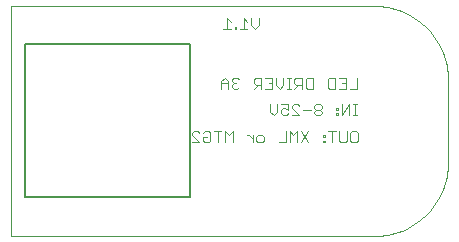
<source format=gbo>
G75*
G70*
%OFA0B0*%
%FSLAX24Y24*%
%IPPOS*%
%LPD*%
%AMOC8*
5,1,8,0,0,1.08239X$1,22.5*
%
%ADD10C,0.0000*%
%ADD11C,0.0030*%
%ADD12C,0.0050*%
D10*
X000100Y000101D02*
X000100Y007779D01*
X012203Y007779D01*
X012320Y007776D01*
X012437Y007768D01*
X012554Y007754D01*
X012669Y007734D01*
X012784Y007710D01*
X012897Y007679D01*
X013009Y007643D01*
X013119Y007602D01*
X013227Y007556D01*
X013332Y007505D01*
X013435Y007449D01*
X013535Y007388D01*
X013632Y007322D01*
X013726Y007252D01*
X013817Y007177D01*
X013903Y007098D01*
X013986Y007015D01*
X014065Y006929D01*
X014140Y006838D01*
X014210Y006744D01*
X014276Y006647D01*
X014337Y006547D01*
X014393Y006444D01*
X014444Y006339D01*
X014490Y006231D01*
X014531Y006121D01*
X014567Y006009D01*
X014598Y005896D01*
X014622Y005781D01*
X014642Y005666D01*
X014656Y005549D01*
X014664Y005432D01*
X014667Y005315D01*
X014667Y002566D01*
X014664Y002449D01*
X014656Y002332D01*
X014642Y002215D01*
X014622Y002100D01*
X014598Y001985D01*
X014567Y001872D01*
X014531Y001760D01*
X014490Y001650D01*
X014444Y001542D01*
X014393Y001437D01*
X014337Y001334D01*
X014276Y001234D01*
X014210Y001137D01*
X014140Y001043D01*
X014065Y000952D01*
X013986Y000866D01*
X013903Y000783D01*
X013817Y000704D01*
X013726Y000629D01*
X013632Y000559D01*
X013535Y000493D01*
X013435Y000432D01*
X013332Y000376D01*
X013227Y000325D01*
X013119Y000279D01*
X013009Y000238D01*
X012897Y000202D01*
X012784Y000171D01*
X012669Y000147D01*
X012554Y000127D01*
X012437Y000113D01*
X012320Y000105D01*
X012203Y000102D01*
X012203Y000101D02*
X000100Y000101D01*
D11*
X006134Y003227D02*
X006381Y003227D01*
X006134Y003474D01*
X006134Y003535D01*
X006195Y003597D01*
X006319Y003597D01*
X006381Y003535D01*
X006502Y003535D02*
X006564Y003597D01*
X006687Y003597D01*
X006749Y003535D01*
X006749Y003288D01*
X006687Y003227D01*
X006564Y003227D01*
X006502Y003288D01*
X006502Y003412D01*
X006626Y003412D01*
X006870Y003597D02*
X007117Y003597D01*
X007239Y003597D02*
X007239Y003227D01*
X007486Y003227D02*
X007486Y003597D01*
X007362Y003474D01*
X007239Y003597D01*
X006994Y003597D02*
X006994Y003227D01*
X007976Y003474D02*
X008037Y003474D01*
X008161Y003350D01*
X008161Y003227D02*
X008161Y003474D01*
X008282Y003412D02*
X008344Y003474D01*
X008467Y003474D01*
X008529Y003412D01*
X008529Y003288D01*
X008467Y003227D01*
X008344Y003227D01*
X008282Y003288D01*
X008282Y003412D01*
X009019Y003227D02*
X009266Y003227D01*
X009266Y003597D01*
X009387Y003597D02*
X009387Y003227D01*
X009634Y003227D02*
X009634Y003597D01*
X009511Y003474D01*
X009387Y003597D01*
X009756Y003597D02*
X010002Y003227D01*
X009756Y003227D02*
X010002Y003597D01*
X010493Y003474D02*
X010493Y003412D01*
X010555Y003412D01*
X010555Y003474D01*
X010493Y003474D01*
X010493Y003288D02*
X010493Y003227D01*
X010555Y003227D01*
X010555Y003288D01*
X010493Y003288D01*
X010800Y003227D02*
X010800Y003597D01*
X010923Y003597D02*
X010676Y003597D01*
X011045Y003597D02*
X011045Y003288D01*
X011106Y003227D01*
X011230Y003227D01*
X011291Y003288D01*
X011291Y003597D01*
X011413Y003535D02*
X011475Y003597D01*
X011598Y003597D01*
X011660Y003535D01*
X011660Y003288D01*
X011598Y003227D01*
X011475Y003227D01*
X011413Y003288D01*
X011413Y003535D01*
X011375Y004132D02*
X011375Y004503D01*
X011128Y004132D01*
X011128Y004503D01*
X011007Y004379D02*
X011007Y004317D01*
X010945Y004317D01*
X010945Y004379D01*
X011007Y004379D01*
X011007Y004194D02*
X011007Y004132D01*
X010945Y004132D01*
X010945Y004194D01*
X011007Y004194D01*
X011497Y004132D02*
X011620Y004132D01*
X011559Y004132D02*
X011559Y004503D01*
X011620Y004503D02*
X011497Y004503D01*
X011393Y005018D02*
X011640Y005018D01*
X011640Y005388D01*
X011272Y005388D02*
X011272Y005018D01*
X011025Y005018D01*
X010903Y005018D02*
X010718Y005018D01*
X010657Y005080D01*
X010657Y005327D01*
X010718Y005388D01*
X010903Y005388D01*
X010903Y005018D01*
X011148Y005203D02*
X011272Y005203D01*
X011272Y005388D02*
X011025Y005388D01*
X010167Y005388D02*
X010167Y005018D01*
X009982Y005018D01*
X009920Y005080D01*
X009920Y005327D01*
X009982Y005388D01*
X010167Y005388D01*
X009799Y005388D02*
X009613Y005388D01*
X009552Y005327D01*
X009552Y005203D01*
X009613Y005141D01*
X009799Y005141D01*
X009675Y005141D02*
X009552Y005018D01*
X009430Y005018D02*
X009307Y005018D01*
X009369Y005018D02*
X009369Y005388D01*
X009430Y005388D02*
X009307Y005388D01*
X009185Y005388D02*
X009185Y005141D01*
X009061Y005018D01*
X008938Y005141D01*
X008938Y005388D01*
X008816Y005388D02*
X008816Y005018D01*
X008569Y005018D01*
X008448Y005018D02*
X008448Y005388D01*
X008263Y005388D01*
X008201Y005327D01*
X008201Y005203D01*
X008263Y005141D01*
X008448Y005141D01*
X008325Y005141D02*
X008201Y005018D01*
X007711Y005080D02*
X007650Y005018D01*
X007526Y005018D01*
X007465Y005080D01*
X007465Y005141D01*
X007526Y005203D01*
X007588Y005203D01*
X007526Y005203D02*
X007465Y005265D01*
X007465Y005327D01*
X007526Y005388D01*
X007650Y005388D01*
X007711Y005327D01*
X007343Y005265D02*
X007220Y005388D01*
X007096Y005265D01*
X007096Y005018D01*
X007343Y005018D02*
X007343Y005265D01*
X007343Y005203D02*
X007096Y005203D01*
X008569Y005388D02*
X008816Y005388D01*
X008816Y005203D02*
X008693Y005203D01*
X009799Y005018D02*
X009799Y005388D01*
X009656Y004503D02*
X009532Y004503D01*
X009471Y004441D01*
X009471Y004379D01*
X009717Y004132D01*
X009471Y004132D01*
X009349Y004194D02*
X009287Y004132D01*
X009164Y004132D01*
X009102Y004194D01*
X009102Y004317D01*
X009164Y004379D01*
X009226Y004379D01*
X009349Y004317D01*
X009349Y004503D01*
X009102Y004503D01*
X008981Y004503D02*
X008981Y004256D01*
X008857Y004132D01*
X008734Y004256D01*
X008734Y004503D01*
X009656Y004503D02*
X009717Y004441D01*
X009839Y004317D02*
X010086Y004317D01*
X010207Y004256D02*
X010207Y004194D01*
X010269Y004132D01*
X010392Y004132D01*
X010454Y004194D01*
X010454Y004256D01*
X010392Y004317D01*
X010269Y004317D01*
X010207Y004256D01*
X010269Y004317D02*
X010207Y004379D01*
X010207Y004441D01*
X010269Y004503D01*
X010392Y004503D01*
X010454Y004441D01*
X010454Y004379D01*
X010392Y004317D01*
X008229Y007006D02*
X008106Y007130D01*
X008106Y007377D01*
X007984Y007253D02*
X007861Y007377D01*
X007861Y007006D01*
X007984Y007006D02*
X007738Y007006D01*
X007616Y007006D02*
X007616Y007068D01*
X007554Y007068D01*
X007554Y007006D01*
X007616Y007006D01*
X007432Y007006D02*
X007185Y007006D01*
X007308Y007006D02*
X007308Y007377D01*
X007432Y007253D01*
X008229Y007006D02*
X008353Y007130D01*
X008353Y007377D01*
D12*
X006074Y006519D02*
X006074Y001401D01*
X000563Y001401D01*
X000563Y006519D01*
X006074Y006519D01*
M02*

</source>
